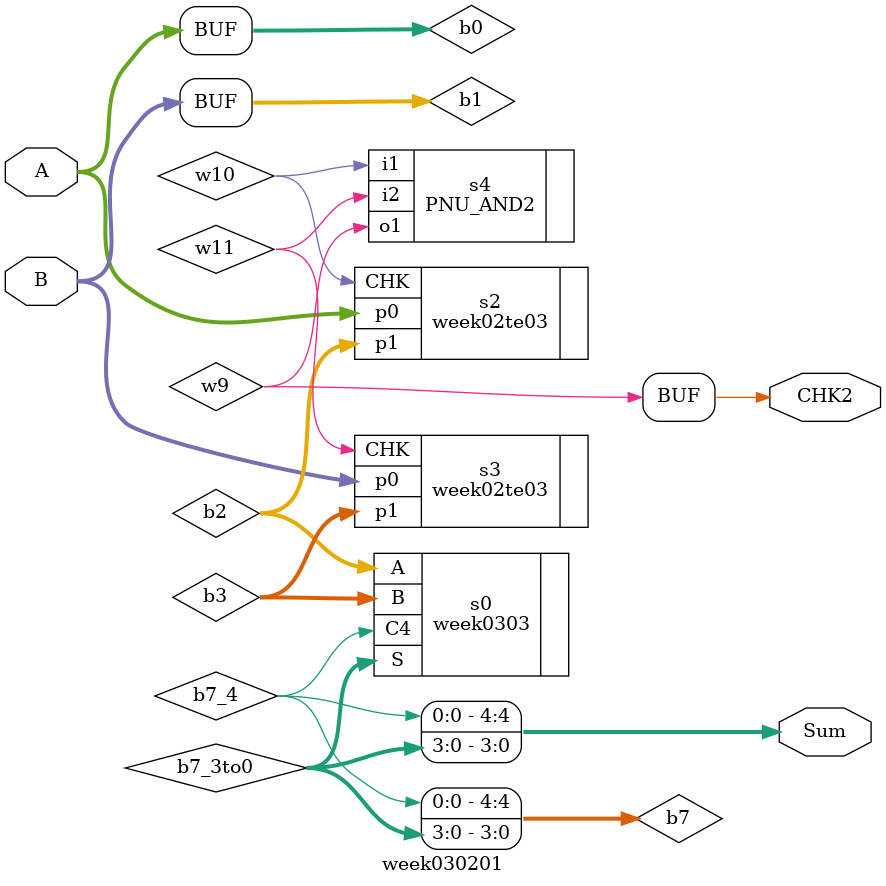
<source format=v>
module week030201(A,B,Sum,CHK2);

input [9:0] A;
input [9:0] B;
output [4:0] Sum;
output CHK2;

wire [9:0] b0;
wire [9:0] b1;
wire [3:0] b2;
wire [3:0] b3;
wire [4:0] b7;
wire  w9;
wire  w10;
wire  w11;
wire  b7_4;
wire [3:0] b7_3to0;

assign b0 = A;
assign b1 = B;
assign Sum = b7;
assign CHK2 = w9;

assign b7[4] = b7_4;
assign b7[3:0] = b7_3to0[3:0];

week0303
     s0 (
      .A(b2),
      .B(b3),
      .C4(b7_4),
      .S(b7_3to0));

week02te03
     s2 (
      .p0(b0),
      .p1(b2),
      .CHK(w10));

week02te03
     s3 (
      .p0(b1),
      .p1(b3),
      .CHK(w11));

PNU_AND2
     s4 (
      .o1(w9),
      .i1(w10),
      .i2(w11));

endmodule


</source>
